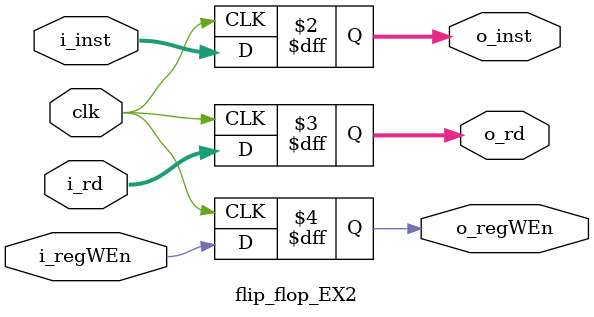
<source format=v>
module flip_flop_EX2(i_inst,i_rd,i_regWEn,o_inst,o_rd,o_regWEn,clk);
parameter	INST_LENGTH = 32;
parameter 	REG_ADDR_LENGTH = 5; 

input [INST_LENGTH-1:0] i_inst;
input [REG_ADDR_LENGTH-1:0] i_rd;
input i_regWEn;
input clk;

output reg [INST_LENGTH-1:0] o_inst;
output reg [REG_ADDR_LENGTH-1:0] o_rd;
output reg o_regWEn;

always @(posedge clk)
begin
	o_inst = i_inst;
	o_rd = i_rd;
	o_regWEn = i_regWEn;
end

endmodule

</source>
